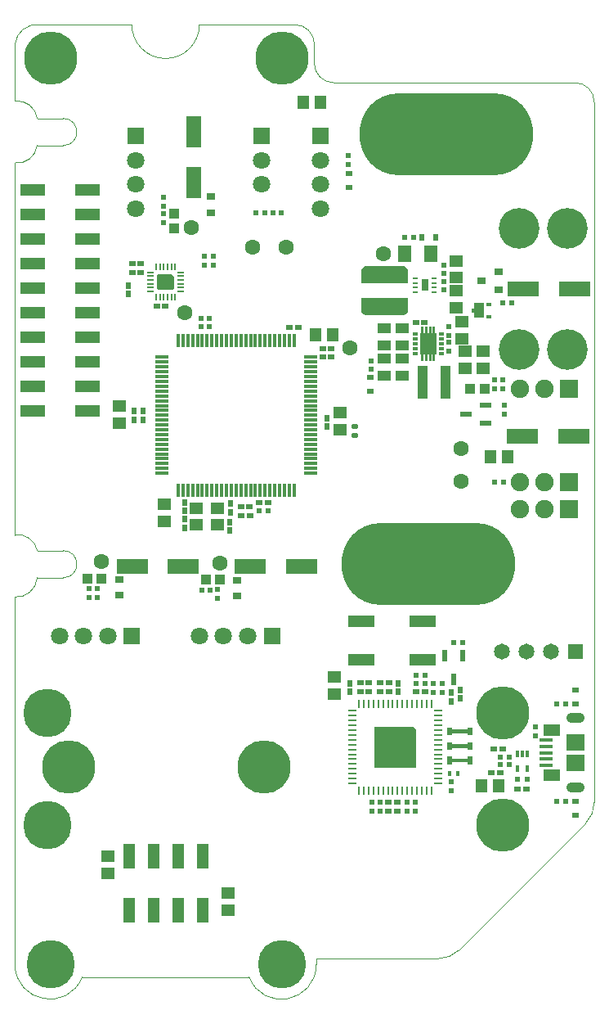
<source format=gts>
G04 Layer_Color=8388736*
%FSLAX44Y44*%
%MOMM*%
G71*
G01*
G75*
%ADD10R,0.8000X0.6000*%
%ADD11R,0.6000X0.5900*%
%ADD12R,0.5900X0.6000*%
%ADD13R,0.3000X0.6600*%
%ADD14R,3.2200X1.6300*%
%ADD15R,1.0500X1.0200*%
%ADD16R,1.4700X1.1500*%
%ADD17R,0.6400X0.6300*%
%ADD18R,1.3500X1.8200*%
%ADD19R,1.4700X1.1100*%
%ADD20R,1.1500X1.4700*%
%ADD21R,1.9000X1.7500*%
%ADD22R,1.8000X1.1500*%
%ADD23R,1.4000X0.4000*%
%ADD24R,1.2600X0.6100*%
%ADD25R,0.5000X0.4000*%
%ADD26R,1.1000X1.6000*%
%ADD27R,0.6000X0.8000*%
%ADD28R,0.6000X0.5000*%
%ADD29R,0.5000X0.6000*%
%ADD30R,0.9800X3.4000*%
%ADD31C,0.7200*%
%ADD32R,0.9720X0.8020*%
%ADD33R,0.6300X0.6400*%
%ADD34R,0.4000X0.6000*%
%ADD35R,0.6000X1.2100*%
G04:AMPARAMS|DCode=36|XSize=0.59mm|YSize=0.6mm|CornerRadius=0.1475mm|HoleSize=0mm|Usage=FLASHONLY|Rotation=90.000|XOffset=0mm|YOffset=0mm|HoleType=Round|Shape=RoundedRectangle|*
%AMROUNDEDRECTD36*
21,1,0.5900,0.3050,0,0,90.0*
21,1,0.2950,0.6000,0,0,90.0*
1,1,0.2950,0.1525,0.1475*
1,1,0.2950,0.1525,-0.1475*
1,1,0.2950,-0.1525,-0.1475*
1,1,0.2950,-0.1525,0.1475*
%
%ADD36ROUNDEDRECTD36*%
%ADD37R,1.4000X1.2000*%
%ADD38R,1.6300X3.2200*%
%ADD39R,1.0200X1.0500*%
%ADD40R,0.9300X0.7900*%
%ADD41R,2.5000X1.3000*%
%ADD42R,2.6000X0.4000*%
%ADD43R,1.7000X2.1500*%
%ADD44R,0.6000X0.3500*%
%ADD45R,0.5000X0.2800*%
%ADD46R,0.7000X1.3000*%
%ADD47R,1.3000X2.5000*%
%ADD48R,2.8000X1.2000*%
%ADD49R,0.5000X0.5000*%
%ADD50R,0.7000X0.2200*%
%ADD51R,0.2200X0.7000*%
%ADD52R,0.3000X1.4500*%
%ADD53R,1.4500X0.3000*%
%ADD54R,1.7000X1.7000*%
%ADD55R,0.8500X0.2800*%
%ADD56R,0.2800X0.8500*%
%ADD61C,0.1000*%
%ADD62O,1.9000X1.0500*%
%ADD63R,1.9000X1.9000*%
%ADD64C,1.9000*%
%ADD65R,1.6500X1.6500*%
%ADD66C,1.6500*%
%ADD67C,5.5000*%
%ADD68C,5.0000*%
%ADD69O,18.0000X8.5000*%
%ADD70C,4.2000*%
%ADD71R,1.8000X1.8000*%
%ADD72C,1.8000*%
%ADD73R,1.8000X1.8000*%
%ADD75C,1.6000*%
G36*
X404832Y757589D02*
X406239Y756182D01*
X407000Y754345D01*
Y753350D01*
Y740350D01*
X359000D01*
Y753350D01*
Y754345D01*
X359761Y756182D01*
X361168Y757589D01*
X363005Y758350D01*
X402994D01*
X404832Y757589D01*
D02*
G37*
G36*
X164750Y746950D02*
Y735550D01*
Y735252D01*
X164522Y734700D01*
X164100Y734278D01*
X163548Y734050D01*
X148452D01*
X147900Y734278D01*
X147478Y734700D01*
X147250Y735252D01*
Y735550D01*
Y748450D01*
Y748748D01*
X147478Y749300D01*
X147900Y749722D01*
X148452Y749950D01*
X161750D01*
X164750Y746950D01*
D02*
G37*
G36*
X476000Y710250D02*
X473000D01*
Y714250D01*
X476000D01*
Y710250D01*
D02*
G37*
G36*
X407000Y712350D02*
Y711355D01*
X406239Y709518D01*
X404832Y708111D01*
X402994Y707350D01*
X363005D01*
X361168Y708111D01*
X359761Y709518D01*
X359000Y711355D01*
Y712350D01*
Y725350D01*
X407000D01*
Y712350D01*
D02*
G37*
G36*
X435250Y688750D02*
X436500D01*
Y667250D01*
X435250D01*
Y660250D01*
X432750D01*
Y667250D01*
X431250D01*
Y660250D01*
X428750D01*
Y667250D01*
X427250D01*
Y660250D01*
X424750D01*
Y667250D01*
X423250D01*
Y660250D01*
X420750D01*
Y667250D01*
X419500D01*
Y688750D01*
X420750D01*
Y695750D01*
X423250D01*
Y688750D01*
X424750D01*
Y695750D01*
X427250D01*
Y688750D01*
X428750D01*
Y695750D01*
X431250D01*
Y688750D01*
X432750D01*
Y695750D01*
X435250D01*
Y688750D01*
D02*
G37*
G36*
X474000Y273000D02*
X469000D01*
Y275000D01*
X453000D01*
Y273000D01*
X448000D01*
Y281000D01*
X453000D01*
Y279000D01*
X469000D01*
Y281000D01*
X474000D01*
Y273000D01*
D02*
G37*
G36*
Y258000D02*
X469000D01*
Y260000D01*
X453000D01*
Y258000D01*
X448000D01*
Y266000D01*
X453000D01*
Y264000D01*
X469000D01*
Y266000D01*
X474000D01*
Y258000D01*
D02*
G37*
G36*
Y243000D02*
X469000D01*
Y245000D01*
X453000D01*
Y243000D01*
X448000D01*
Y251000D01*
X453000D01*
Y249000D01*
X469000D01*
Y251000D01*
X474000D01*
Y243000D01*
D02*
G37*
G36*
X415000Y279000D02*
Y239500D01*
X372500D01*
Y282000D01*
X412000D01*
X415000Y279000D01*
D02*
G37*
D10*
X580200Y319500D02*
D03*
Y305000D02*
D03*
X368000Y628500D02*
D03*
Y643000D02*
D03*
X580450Y190500D02*
D03*
Y205000D02*
D03*
X346250Y839750D02*
D03*
Y854250D02*
D03*
D11*
X378000Y203550D02*
D03*
Y194450D02*
D03*
X505000Y640650D02*
D03*
Y631550D02*
D03*
X497000Y640550D02*
D03*
Y631450D02*
D03*
X449050Y679550D02*
D03*
Y670450D02*
D03*
Y695550D02*
D03*
Y686450D02*
D03*
X444000Y742550D02*
D03*
Y733450D02*
D03*
Y759550D02*
D03*
Y750450D02*
D03*
X369000Y660550D02*
D03*
Y651450D02*
D03*
X507000Y614550D02*
D03*
Y605450D02*
D03*
X414750Y203550D02*
D03*
Y194450D02*
D03*
X406000Y203550D02*
D03*
Y194450D02*
D03*
X369500Y203550D02*
D03*
Y194450D02*
D03*
X452000Y225050D02*
D03*
Y215950D02*
D03*
X193000Y704550D02*
D03*
Y695450D02*
D03*
X201000Y704550D02*
D03*
Y695450D02*
D03*
X85000Y424550D02*
D03*
Y415450D02*
D03*
X210000Y423550D02*
D03*
Y414450D02*
D03*
X154000Y812550D02*
D03*
Y803450D02*
D03*
X77000Y424550D02*
D03*
Y415450D02*
D03*
X345000Y872550D02*
D03*
Y863450D02*
D03*
X205500Y768550D02*
D03*
Y759450D02*
D03*
X195750Y768550D02*
D03*
Y759450D02*
D03*
X154000Y829550D02*
D03*
Y820450D02*
D03*
D12*
X514550Y719998D02*
D03*
X505450D02*
D03*
X412550Y788000D02*
D03*
X403450D02*
D03*
X506050Y535000D02*
D03*
X496950D02*
D03*
X511750Y242750D02*
D03*
X502650D02*
D03*
X511750Y250750D02*
D03*
X502650D02*
D03*
X442550Y317450D02*
D03*
X433450D02*
D03*
X463550Y368500D02*
D03*
X454450D02*
D03*
X442550Y326500D02*
D03*
X433450D02*
D03*
X570050Y305000D02*
D03*
X560950D02*
D03*
X570050Y205000D02*
D03*
X560950D02*
D03*
X262050Y505000D02*
D03*
X252950D02*
D03*
X424550Y335000D02*
D03*
X415450D02*
D03*
X424550Y326500D02*
D03*
X415450D02*
D03*
X202300Y423000D02*
D03*
X193200D02*
D03*
X276050Y813000D02*
D03*
X266950D02*
D03*
X258550D02*
D03*
X249450D02*
D03*
D13*
X530700Y253450D02*
D03*
X525700D02*
D03*
X530700Y238750D02*
D03*
X520700Y253450D02*
D03*
Y238750D02*
D03*
D14*
X579500Y735000D02*
D03*
X526500D02*
D03*
X578500Y582000D02*
D03*
X525500D02*
D03*
X174500Y448000D02*
D03*
X121500D02*
D03*
X296950D02*
D03*
X243950D02*
D03*
D15*
X486350Y631550D02*
D03*
X471650D02*
D03*
X89350Y435250D02*
D03*
X74650D02*
D03*
X212350Y434200D02*
D03*
X197650D02*
D03*
D16*
X466000Y670350D02*
D03*
Y652650D02*
D03*
X485000Y670350D02*
D03*
Y652650D02*
D03*
X457000Y763850D02*
D03*
Y746150D02*
D03*
X463000Y700850D02*
D03*
Y683150D02*
D03*
X457000Y732850D02*
D03*
Y715150D02*
D03*
X221000Y109850D02*
D03*
Y92150D02*
D03*
X108500Y613350D02*
D03*
Y595650D02*
D03*
X155000Y511850D02*
D03*
Y494150D02*
D03*
X337000Y606850D02*
D03*
Y589150D02*
D03*
X330500Y333350D02*
D03*
Y315650D02*
D03*
X96000Y147850D02*
D03*
Y130150D02*
D03*
D17*
X423950Y700000D02*
D03*
X415050D02*
D03*
X529650Y217750D02*
D03*
X520750D02*
D03*
X502400Y234500D02*
D03*
X493500D02*
D03*
X505000Y259000D02*
D03*
X496100D02*
D03*
X395950Y194450D02*
D03*
X387050D02*
D03*
X395950Y203550D02*
D03*
X387050D02*
D03*
X424450Y318000D02*
D03*
X415550D02*
D03*
X366450Y327000D02*
D03*
X357550D02*
D03*
X261950Y513500D02*
D03*
X253050D02*
D03*
X293450Y694500D02*
D03*
X284550D02*
D03*
X387450Y327000D02*
D03*
X378550D02*
D03*
X387450Y318000D02*
D03*
X378550D02*
D03*
X243200Y500000D02*
D03*
X234300D02*
D03*
X327450Y664000D02*
D03*
X318550D02*
D03*
X242950Y509500D02*
D03*
X234050D02*
D03*
X327450Y673000D02*
D03*
X318550D02*
D03*
X130450Y752000D02*
D03*
X121550D02*
D03*
X155700Y717000D02*
D03*
X146800D02*
D03*
X130450Y761000D02*
D03*
X121550D02*
D03*
X366400Y318000D02*
D03*
X357500D02*
D03*
D18*
X430850Y771000D02*
D03*
X403150D02*
D03*
D19*
X401000Y663000D02*
D03*
Y645000D02*
D03*
X382000Y694000D02*
D03*
Y676000D02*
D03*
X401000Y694000D02*
D03*
Y676000D02*
D03*
X382000Y663000D02*
D03*
Y645000D02*
D03*
D20*
X509850Y560750D02*
D03*
X492150D02*
D03*
X500550Y220750D02*
D03*
X482850D02*
D03*
X328850Y687000D02*
D03*
X311150D02*
D03*
X316100Y928000D02*
D03*
X298400D02*
D03*
D21*
X580200Y265750D02*
D03*
Y244250D02*
D03*
D22*
X556200Y278200D02*
D03*
Y231800D02*
D03*
D23*
X550200Y268000D02*
D03*
Y261500D02*
D03*
Y255000D02*
D03*
Y248500D02*
D03*
Y242000D02*
D03*
D24*
X487200Y595500D02*
D03*
Y614500D02*
D03*
X467300Y605000D02*
D03*
D25*
X491000Y718750D02*
D03*
Y705750D02*
D03*
D26*
X480500Y712250D02*
D03*
D27*
X436000Y788000D02*
D03*
X421500D02*
D03*
D28*
X539000Y282000D02*
D03*
Y272000D02*
D03*
D29*
X530700Y227250D02*
D03*
X520700D02*
D03*
D30*
X422000Y638000D02*
D03*
X445700D02*
D03*
D31*
X383000Y749350D02*
D03*
Y716350D02*
D03*
D32*
X500850Y733500D02*
D03*
Y752500D02*
D03*
X483150Y743000D02*
D03*
D33*
X461000Y319950D02*
D03*
Y311050D02*
D03*
X451500Y316950D02*
D03*
Y308050D02*
D03*
X347000Y326950D02*
D03*
Y318050D02*
D03*
X396500Y326950D02*
D03*
Y318050D02*
D03*
X222000Y493450D02*
D03*
Y484550D02*
D03*
X176000Y496450D02*
D03*
Y487550D02*
D03*
X176000Y513950D02*
D03*
Y505050D02*
D03*
X123000Y608450D02*
D03*
Y599550D02*
D03*
X223500Y512450D02*
D03*
Y503550D02*
D03*
X132500Y608450D02*
D03*
Y599550D02*
D03*
X323000Y600950D02*
D03*
Y592050D02*
D03*
X117500Y738450D02*
D03*
Y729550D02*
D03*
D34*
X459000Y233500D02*
D03*
X450000D02*
D03*
D35*
X464000Y355550D02*
D03*
X445000D02*
D03*
X454500Y330450D02*
D03*
D36*
X352000Y592050D02*
D03*
Y582950D02*
D03*
D37*
X210000Y507500D02*
D03*
Y490500D02*
D03*
X188000Y507500D02*
D03*
Y490500D02*
D03*
D38*
X185000Y897500D02*
D03*
Y844500D02*
D03*
D39*
X165000Y812350D02*
D03*
Y797650D02*
D03*
D40*
X203000Y830200D02*
D03*
Y813800D02*
D03*
X108000Y434200D02*
D03*
Y417800D02*
D03*
X229901Y433200D02*
D03*
Y416800D02*
D03*
D41*
X74750Y811900D02*
D03*
Y786500D02*
D03*
Y837300D02*
D03*
Y735700D02*
D03*
Y761100D02*
D03*
Y710300D02*
D03*
Y659500D02*
D03*
Y608700D02*
D03*
Y684900D02*
D03*
Y634100D02*
D03*
X18750Y837300D02*
D03*
Y786500D02*
D03*
Y761100D02*
D03*
Y811900D02*
D03*
Y710300D02*
D03*
Y735700D02*
D03*
Y684900D02*
D03*
Y608700D02*
D03*
Y634100D02*
D03*
Y659500D02*
D03*
D42*
X461000Y277000D02*
D03*
Y262000D02*
D03*
Y247000D02*
D03*
D43*
X428000Y678000D02*
D03*
D44*
X414750Y688000D02*
D03*
Y683000D02*
D03*
Y678000D02*
D03*
Y673000D02*
D03*
Y668000D02*
D03*
X441250Y688000D02*
D03*
Y683000D02*
D03*
Y678000D02*
D03*
Y673000D02*
D03*
Y668000D02*
D03*
D45*
X433950Y731000D02*
D03*
Y736000D02*
D03*
Y741000D02*
D03*
Y746000D02*
D03*
X414950D02*
D03*
Y741000D02*
D03*
Y736000D02*
D03*
Y731000D02*
D03*
D46*
X424450Y738500D02*
D03*
D47*
X118000Y148000D02*
D03*
X143400D02*
D03*
X168800D02*
D03*
X194200D02*
D03*
X118000Y92000D02*
D03*
X143400D02*
D03*
X168800D02*
D03*
X194200D02*
D03*
D48*
X422500Y391000D02*
D03*
X358500D02*
D03*
X422500Y351000D02*
D03*
X358500D02*
D03*
D49*
X156000Y742000D02*
D03*
D50*
X171800Y752000D02*
D03*
Y748000D02*
D03*
Y744000D02*
D03*
Y740000D02*
D03*
Y736000D02*
D03*
Y732000D02*
D03*
X140200D02*
D03*
Y736000D02*
D03*
Y740000D02*
D03*
Y744000D02*
D03*
Y748000D02*
D03*
Y752000D02*
D03*
D51*
X166000Y726200D02*
D03*
X162000D02*
D03*
X158000D02*
D03*
X154000D02*
D03*
X150000D02*
D03*
X146000D02*
D03*
Y757800D02*
D03*
X150000D02*
D03*
X154000D02*
D03*
X158000D02*
D03*
X162000D02*
D03*
X166000D02*
D03*
D52*
X289000Y526750D02*
D03*
X284000D02*
D03*
X279000D02*
D03*
X274000D02*
D03*
X269000D02*
D03*
X264000D02*
D03*
X259000D02*
D03*
X254000D02*
D03*
X249000D02*
D03*
X244000D02*
D03*
X239000D02*
D03*
X234000D02*
D03*
X229000D02*
D03*
X224000D02*
D03*
X219000D02*
D03*
X214000D02*
D03*
X209000D02*
D03*
X204000D02*
D03*
X199000D02*
D03*
X194000D02*
D03*
X189000D02*
D03*
X184000D02*
D03*
X179000D02*
D03*
X174000D02*
D03*
X169000D02*
D03*
Y681250D02*
D03*
X174000D02*
D03*
X179000D02*
D03*
X184000D02*
D03*
X189000D02*
D03*
X194000D02*
D03*
X199000D02*
D03*
X204000D02*
D03*
X209000D02*
D03*
X214000D02*
D03*
X219000D02*
D03*
X224000D02*
D03*
X229000D02*
D03*
X234000D02*
D03*
X239000D02*
D03*
X244000D02*
D03*
X249000D02*
D03*
X254000D02*
D03*
X259000D02*
D03*
X264000D02*
D03*
X269000D02*
D03*
X274000D02*
D03*
X279000D02*
D03*
X284000D02*
D03*
X289000D02*
D03*
D53*
X151750Y544000D02*
D03*
Y549000D02*
D03*
Y554000D02*
D03*
Y559000D02*
D03*
Y564000D02*
D03*
Y569000D02*
D03*
Y574000D02*
D03*
Y579000D02*
D03*
Y584000D02*
D03*
Y589000D02*
D03*
Y594000D02*
D03*
Y599000D02*
D03*
Y604000D02*
D03*
Y609000D02*
D03*
Y614000D02*
D03*
Y619000D02*
D03*
Y624000D02*
D03*
Y629000D02*
D03*
Y634000D02*
D03*
Y639000D02*
D03*
Y644000D02*
D03*
Y649000D02*
D03*
Y654000D02*
D03*
Y659000D02*
D03*
Y664000D02*
D03*
X306250D02*
D03*
Y659000D02*
D03*
Y654000D02*
D03*
Y649000D02*
D03*
Y644000D02*
D03*
Y639000D02*
D03*
Y634000D02*
D03*
Y629000D02*
D03*
Y624000D02*
D03*
Y619000D02*
D03*
Y614000D02*
D03*
Y609000D02*
D03*
Y604000D02*
D03*
Y599000D02*
D03*
Y594000D02*
D03*
Y589000D02*
D03*
Y584000D02*
D03*
Y579000D02*
D03*
Y574000D02*
D03*
Y569000D02*
D03*
Y564000D02*
D03*
Y559000D02*
D03*
Y554000D02*
D03*
Y549000D02*
D03*
Y544000D02*
D03*
D54*
X393750Y260750D02*
D03*
D55*
X438500Y298250D02*
D03*
Y293250D02*
D03*
Y288250D02*
D03*
Y283250D02*
D03*
Y278250D02*
D03*
Y273250D02*
D03*
Y268250D02*
D03*
Y263250D02*
D03*
Y258250D02*
D03*
Y253250D02*
D03*
Y248250D02*
D03*
Y243250D02*
D03*
Y238250D02*
D03*
Y233250D02*
D03*
Y228250D02*
D03*
Y223250D02*
D03*
X349000D02*
D03*
Y228250D02*
D03*
Y233250D02*
D03*
Y238250D02*
D03*
Y243250D02*
D03*
Y248250D02*
D03*
Y253250D02*
D03*
Y258250D02*
D03*
Y263250D02*
D03*
Y268250D02*
D03*
Y273250D02*
D03*
Y278250D02*
D03*
Y283250D02*
D03*
Y288250D02*
D03*
Y293250D02*
D03*
Y298250D02*
D03*
D56*
X431250Y216000D02*
D03*
X426250D02*
D03*
X421250D02*
D03*
X416250D02*
D03*
X411250D02*
D03*
X406250D02*
D03*
X401250D02*
D03*
X396250D02*
D03*
X391250D02*
D03*
X386250D02*
D03*
X381250D02*
D03*
X376250D02*
D03*
X371250D02*
D03*
X366250D02*
D03*
X361250D02*
D03*
X356250D02*
D03*
Y305500D02*
D03*
X361250D02*
D03*
X366250D02*
D03*
X371250D02*
D03*
X376250D02*
D03*
X381250D02*
D03*
X386250D02*
D03*
X391250D02*
D03*
X396250D02*
D03*
X401250D02*
D03*
X406250D02*
D03*
X411250D02*
D03*
X416250D02*
D03*
X421250D02*
D03*
X426250D02*
D03*
X431250D02*
D03*
D61*
X310000Y968000D02*
G03*
X330000Y948000I20000J0D01*
G01*
X310000Y988000D02*
G03*
X290000Y1008000I-20000J0D01*
G01*
X25000Y1007999D02*
G03*
X0Y988000I-2500J-22499D01*
G01*
X23000Y911000D02*
G03*
X-0Y929000I-20500J-2500D01*
G01*
Y865000D02*
G03*
X23000Y883000I2500J20500D01*
G01*
X23000Y464000D02*
G03*
X-0Y480000I-19500J-3500D01*
G01*
X0Y416000D02*
G03*
X23000Y436000I1500J21500D01*
G01*
X121000Y1008000D02*
G03*
X156000Y973000I35000J0D01*
G01*
D02*
G03*
X191000Y1008000I0J35000D01*
G01*
X-1Y36000D02*
G03*
X69600Y23000I36035J109D01*
G01*
X242399Y22999D02*
G03*
X312000Y36000I33587J12998D01*
G01*
X591213Y182213D02*
G03*
X600000Y203426I-21213J21213D01*
G01*
X438574Y42000D02*
G03*
X459787Y50787I0J30000D01*
G01*
X600000Y928000D02*
G03*
X580000Y948000I-20000J0D01*
G01*
X50000Y883000D02*
G03*
X50000Y911000I0J14000D01*
G01*
Y436000D02*
G03*
X50000Y464000I0J14000D01*
G01*
X310000Y968000D02*
Y988000D01*
X191000Y1008000D02*
X290000D01*
X0Y929000D02*
Y988000D01*
X25000Y1008000D02*
X121000D01*
X23000Y911000D02*
X50000D01*
X23000Y883000D02*
X50000D01*
X0Y480000D02*
Y865000D01*
X23000Y436000D02*
X50000D01*
X23000Y464000D02*
X50000D01*
X69600Y23000D02*
X242400D01*
X0Y36000D02*
Y416000D01*
X312000Y36000D02*
Y42000D01*
X600000Y203426D02*
Y928000D01*
X459787Y50787D02*
X591213Y182213D01*
X330000Y948000D02*
X580000D01*
X312000Y42000D02*
X438574D01*
D62*
X580200Y290750D02*
D03*
Y219250D02*
D03*
D63*
X573400Y631000D02*
D03*
Y507000D02*
D03*
Y535000D02*
D03*
D64*
X548000Y631000D02*
D03*
X522600D02*
D03*
Y507000D02*
D03*
X548000D02*
D03*
X522600Y535000D02*
D03*
X548000D02*
D03*
D65*
X580300Y359500D02*
D03*
D66*
X554900D02*
D03*
X504100D02*
D03*
X529500D02*
D03*
D67*
X55750Y240000D02*
D03*
X257750D02*
D03*
X36750Y973000D02*
D03*
X276750D02*
D03*
X504750Y296000D02*
D03*
Y180000D02*
D03*
D68*
X276750Y36000D02*
D03*
X36750D02*
D03*
X33750Y180000D02*
D03*
Y296000D02*
D03*
D69*
X446750Y895000D02*
D03*
X427750Y450000D02*
D03*
D70*
X522000Y797000D02*
D03*
X572000D02*
D03*
X522000Y672000D02*
D03*
X572000D02*
D03*
D71*
X125000Y893000D02*
D03*
X316000D02*
D03*
X255000D02*
D03*
D72*
X125000Y868000D02*
D03*
Y843000D02*
D03*
Y818000D02*
D03*
X316000Y868000D02*
D03*
Y843000D02*
D03*
Y818000D02*
D03*
X255000Y868000D02*
D03*
Y843000D02*
D03*
X96000Y376000D02*
D03*
X71000D02*
D03*
X46000D02*
D03*
X241000D02*
D03*
X216000D02*
D03*
X191000D02*
D03*
D73*
X121000D02*
D03*
X266000D02*
D03*
D75*
X462000Y535500D02*
D03*
Y569500D02*
D03*
X246500Y777500D02*
D03*
X281000D02*
D03*
X182500Y798000D02*
D03*
X89500Y452750D02*
D03*
X212500Y451250D02*
D03*
X346500Y674000D02*
D03*
X381500Y771000D02*
D03*
X176000Y710000D02*
D03*
M02*

</source>
